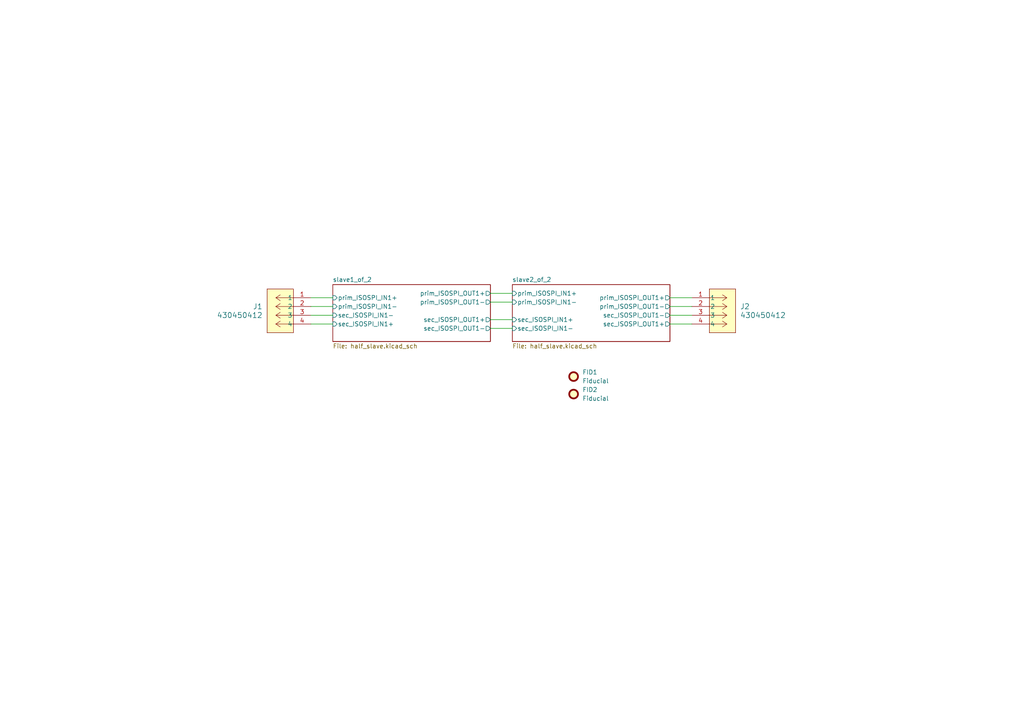
<source format=kicad_sch>
(kicad_sch (version 20230121) (generator eeschema)
  (paper "A4")
  (title_block (title "BMS-Slave") (date "2023-12-30") (rev "V1.0") (company "Valais Wallis Racing Team") (comment 1 "Bétrisey Mattia"))
  (lib_symbols
    (symbol "43045-0412:430450412" (pin_names (offset 0.254))
      (property "Reference" "J" (at 8.89 6.35 0))
      (property "Value" "430450412" (at 7.62 -11.43 0))
      (symbol "430450412_1_1"
        (polyline (pts (xy 10.16 -7.62) (xy 5.08 -7.62)) (stroke (width 0.127)))
        (polyline (pts (xy 10.16 -7.62) (xy 8.89 -8.4667)) (stroke (width 0.127)))
        (polyline (pts (xy 10.16 -7.62) (xy 8.89 -6.7733)) (stroke (width 0.127)))
        (polyline (pts (xy 10.16 -5.08) (xy 5.08 -5.08)) (stroke (width 0.127)))
        (polyline (pts (xy 10.16 -5.08) (xy 8.89 -5.9267)) (stroke (width 0.127)))
        (polyline (pts (xy 10.16 -5.08) (xy 8.89 -4.2333)) (stroke (width 0.127)))
        (polyline (pts (xy 10.16 -2.54) (xy 5.08 -2.54)) (stroke (width 0.127)))
        (polyline (pts (xy 10.16 -2.54) (xy 8.89 -3.3867)) (stroke (width 0.127)))
        (polyline (pts (xy 10.16 -2.54) (xy 8.89 -1.6933)) (stroke (width 0.127)))
        (polyline (pts (xy 10.16 0) (xy 5.08 0)) (stroke (width 0.127)))
        (polyline (pts (xy 10.16 0) (xy 8.89 -0.8467)) (stroke (width 0.127)))
        (polyline (pts (xy 10.16 0) (xy 8.89 0.8467)) (stroke (width 0.127)))
        (rectangle (start 5.08 2.54) (end 12.7 -10.16) (fill (type background)))
        (pin unspecified line (at 0 0 0) (length 5.08) (name "1") (number "1"))
        (pin unspecified line (at 0 -2.54 0) (length 5.08) (name "2") (number "2"))
        (pin unspecified line (at 0 -5.08 0) (length 5.08) (name "3") (number "3"))
        (pin unspecified line (at 0 -7.62 0) (length 5.08) (name "4") (number "4"))
      )
      (symbol "430450412_1_2"
        (polyline (pts (xy 5.08 -10.16) (xy 12.7 -10.16)) (stroke (width 0.127)))
        (polyline (pts (xy 5.08 2.54) (xy 5.08 -10.16)) (stroke (width 0.127)))
        (polyline (pts (xy 7.62 -7.62) (xy 5.08 -7.62)) (stroke (width 0.127)))
        (polyline (pts (xy 7.62 -7.62) (xy 8.89 -8.4667)) (stroke (width 0.127)))
        (polyline (pts (xy 7.62 -7.62) (xy 8.89 -6.7733)) (stroke (width 0.127)))
        (polyline (pts (xy 7.62 -5.08) (xy 5.08 -5.08)) (stroke (width 0.127)))
        (polyline (pts (xy 7.62 -5.08) (xy 8.89 -5.9267)) (stroke (width 0.127)))
        (polyline (pts (xy 7.62 -5.08) (xy 8.89 -4.2333)) (stroke (width 0.127)))
        (polyline (pts (xy 7.62 -2.54) (xy 5.08 -2.54)) (stroke (width 0.127)))
        (polyline (pts (xy 7.62 -2.54) (xy 8.89 -3.3867)) (stroke (width 0.127)))
        (polyline (pts (xy 7.62 -2.54) (xy 8.89 -1.6933)) (stroke (width 0.127)))
        (polyline (pts (xy 7.62 0) (xy 5.08 0)) (stroke (width 0.127)))
        (polyline (pts (xy 7.62 0) (xy 8.89 -0.8467)) (stroke (width 0.127)))
        (polyline (pts (xy 7.62 0) (xy 8.89 0.8467)) (stroke (width 0.127)))
        (polyline (pts (xy 12.7 -10.16) (xy 12.7 2.54)) (stroke (width 0.127)))
        (polyline (pts (xy 12.7 2.54) (xy 5.08 2.54)) (stroke (width 0.127)))
        (pin unspecified line (at 0 0 0) (length 5.08) (name "1") (number "1"))
        (pin unspecified line (at 0 -2.54 0) (length 5.08) (name "2") (number "2"))
        (pin unspecified line (at 0 -5.08 0) (length 5.08) (name "3") (number "3"))
        (pin unspecified line (at 0 -7.62 0) (length 5.08) (name "4") (number "4"))
      )
    )
    (symbol "Mechanical:Fiducial"
      (property "Reference" "FID" (at 0 5.08 0))
      (property "Value" "Fiducial" (at 0 3.175 0))
      (symbol "Fiducial_0_1"
        (circle (center 0 0) (radius 1.27) (stroke (width 0.508)) (fill (type background)))
      )
    )
  )
  (wire (pts (xy 90.17 86.36) (xy 96.52 86.36)))
  (wire (pts (xy 142.24 92.71) (xy 148.59 92.71)))
  (wire (pts (xy 90.17 88.9) (xy 96.52 88.9)))
  (wire (pts (xy 194.31 88.9) (xy 200.66 88.9)))
  (wire (pts (xy 194.31 91.44) (xy 200.66 91.44)))
  (wire (pts (xy 142.24 87.63) (xy 148.59 87.63)))
  (wire (pts (xy 90.17 91.44) (xy 96.52 91.44)))
  (wire (pts (xy 90.17 93.98) (xy 96.52 93.98)))
  (wire (pts (xy 142.24 95.25) (xy 148.59 95.25)))
  (wire (pts (xy 194.31 86.36) (xy 200.66 86.36)))
  (wire (pts (xy 142.24 85.09) (xy 148.59 85.09)))
  (wire (pts (xy 194.31 93.98) (xy 200.66 93.98)))
  (symbol (lib_id "43045-0412:430450412") (at 90.17 86.36 0) (mirror y) (unit 1)
    (property "Reference" "J1" (at 76.2 88.9 0) (effects (font (size 1.524 1.524)) (justify left)))
    (property "Value" "430450412" (at 76.2 91.44 0) (effects (font (size 1.524 1.524)) (justify left)))
    (property "Footprint" "Connector_Molex:Molex_Micro-Fit_3.0_43045-0412_2x02_P3.00mm_Vertical" (effects hide))
    (property "Datasheet" "430450412" (effects hide))
    (property "Seller" "Mouser" (effects hide))
    (property "part number" "538-43045-0412" (effects hide))
    (property "unit price" "0.94" (effects hide))
    (property "DESCRIPTION" "Molex micro-fit 3.0 4position 2 rows vertical" (effects hide))
    (property "Manufacturer_Name" "Molex" (effects hide))
  )
  (symbol (lib_id "43045-0412:430450412") (at 200.66 86.36 0) (unit 1)
    (property "Reference" "J2" (at 214.63 88.9 0) (effects (font (size 1.524 1.524)) (justify left)))
    (property "Value" "430450412" (at 214.63 91.44 0) (effects (font (size 1.524 1.524)) (justify left)))
    (property "Footprint" "Connector_Molex:Molex_Micro-Fit_3.0_43045-0412_2x02_P3.00mm_Vertical" (effects hide))
    (property "Datasheet" "430450412" (effects hide))
    (property "Seller" "Mouser" (effects hide))
    (property "part number" "538-43045-0412" (effects hide))
    (property "unit price" "0.94" (effects hide))
    (property "DESCRIPTION" "Molex micro-fit 3.0 4position 2 rows vertical" (effects hide))
    (property "Manufacturer_Name" "Molex" (effects hide))
  )
  (symbol (lib_id "Mechanical:Fiducial") (at 166.37 109.22 0) (unit 1)
    (property "Reference" "FID1" (at 168.91 107.95 0) (effects (justify left)))
    (property "Value" "Fiducial" (at 168.91 110.49 0) (effects (justify left)))
    (property "Footprint" "FS_Connector:fiducial 2mm with 3mm mask" (effects hide))
    (property "DESCRIPTION" "not mounted" (effects hide))
  )
  (symbol (lib_id "Mechanical:Fiducial") (at 166.37 114.3 0) (unit 1)
    (property "Reference" "FID2" (at 168.91 113.03 0) (effects (justify left)))
    (property "Value" "Fiducial" (at 168.91 115.57 0) (effects (justify left)))
    (property "Footprint" "FS_Connector:fiducial 2mm with 3mm mask" (effects hide))
    (property "DESCRIPTION" "not mounted" (effects hide))
  )
  (sheet (at 96.52 82.55) (size 45.72 16.51) (stroke (width 0.1524))
    (property "Sheetname" "slave1_of_2" (at 96.52 81.8384 0) (effects (justify left bottom)))
    (property "Sheetfile" "half_slave.kicad_sch" (at 96.52 99.6446 0) (effects (justify left top)))
    (pin "sec_ISOSPI_IN1-" input (at 96.52 91.44 180))
    (pin "sec_ISOSPI_OUT1+" output (at 142.24 92.71 0))
    (pin "prim_ISOSPI_IN1+" input (at 96.52 86.36 180))
    (pin "sec_ISOSPI_OUT1-" output (at 142.24 95.25 0))
    (pin "prim_ISOSPI_OUT1-" output (at 142.24 87.63 0))
    (pin "prim_ISOSPI_IN1-" input (at 96.52 88.9 180))
    (pin "prim_ISOSPI_OUT1+" output (at 142.24 85.09 0))
    (pin "sec_ISOSPI_IN1+" input (at 96.52 93.98 180))
  )
  (sheet (at 148.59 82.55) (size 45.72 16.51) (stroke (width 0.1524))
    (property "Sheetname" "slave2_of_2" (at 148.59 81.8384 0) (effects (justify left bottom)))
    (property "Sheetfile" "half_slave.kicad_sch" (at 148.59 99.6446 0) (effects (justify left top)))
    (pin "sec_ISOSPI_IN1-" input (at 148.59 95.25 180))
    (pin "sec_ISOSPI_OUT1+" output (at 194.31 93.98 0))
    (pin "prim_ISOSPI_IN1+" input (at 148.59 85.09 180))
    (pin "sec_ISOSPI_OUT1-" output (at 194.31 91.44 0))
    (pin "prim_ISOSPI_OUT1-" output (at 194.31 88.9 0))
    (pin "prim_ISOSPI_IN1-" input (at 148.59 87.63 180))
    (pin "prim_ISOSPI_OUT1+" output (at 194.31 86.36 0))
    (pin "sec_ISOSPI_IN1+" input (at 148.59 92.71 180))
  )
)
</source>
